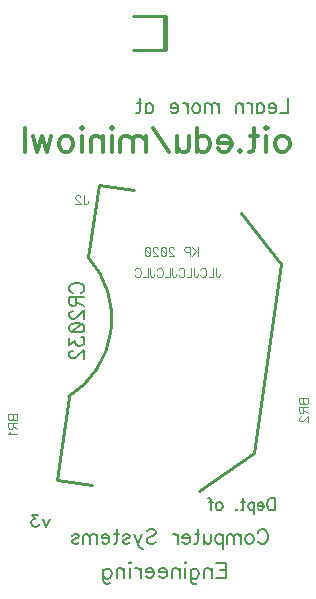
<source format=gbr>
G04 DipTrace 3.3.1.2*
G04 BottomSilk.gbr*
%MOIN*%
G04 #@! TF.FileFunction,Legend,Bot*
G04 #@! TF.Part,Single*
%ADD10C,0.009843*%
%ADD63C,0.004632*%
%ADD64C,0.00772*%
%ADD65C,0.006176*%
%ADD67C,0.012351*%
%FSLAX26Y26*%
G04*
G70*
G90*
G75*
G01*
G04 BotSilk*
%LPD*%
X1017129Y2218212D2*
D10*
Y2332375D1*
X1024431Y2218212D2*
Y2332375D1*
Y2218212D2*
X914348D1*
X1024431Y2332375D2*
X914348D1*
X1406602Y1506300D2*
X1316946Y874992D1*
X1272904Y1676631D2*
X1406602Y1506300D1*
X1134986Y749404D2*
X1316946Y874992D1*
X765706Y1527753D2*
G02X699815Y1063673I-227769J-204379D01*
G01*
X765706Y1527753D2*
X800028Y1769107D1*
X917568Y1752367D2*
X800028Y1769107D1*
X699815Y1063673D2*
X660297Y785202D1*
X777838Y768462D1*
X498574Y1004237D2*
D63*
X528718D1*
Y991304D1*
X527259Y986993D1*
X525833Y985567D1*
X522981Y984141D1*
X518670D1*
X515785Y985567D1*
X514359Y986993D1*
X512933Y991304D1*
X511474Y986993D1*
X510048Y985567D1*
X507196Y984141D1*
X504311D1*
X501459Y985567D1*
X500000Y986993D1*
X498574Y991304D1*
Y1004237D1*
X512933D2*
Y991304D1*
Y974878D2*
Y961978D1*
X511474Y957667D1*
X510048Y956208D1*
X507196Y954782D1*
X504311D1*
X501459Y956208D1*
X500000Y957667D1*
X498574Y961978D1*
Y974878D1*
X528718D1*
X512933Y964830D2*
X528718Y954782D1*
X504344Y945518D2*
X502885Y942633D1*
X498607Y938322D1*
X528718D1*
X1468158Y1058405D2*
X1498302D1*
Y1045472D1*
X1496843Y1041161D1*
X1495417Y1039735D1*
X1492565Y1038309D1*
X1488254D1*
X1485369Y1039735D1*
X1483943Y1041161D1*
X1482517Y1045472D1*
X1481058Y1041161D1*
X1479632Y1039735D1*
X1476780Y1038309D1*
X1473895D1*
X1471043Y1039735D1*
X1469584Y1041161D1*
X1468158Y1045472D1*
Y1058405D1*
X1482517D2*
Y1045472D1*
Y1029045D2*
Y1016146D1*
X1481058Y1011835D1*
X1479632Y1010375D1*
X1476780Y1008949D1*
X1473895D1*
X1471043Y1010375D1*
X1469584Y1011835D1*
X1468158Y1016146D1*
Y1029045D1*
X1498302D1*
X1482517Y1018997D2*
X1498302Y1008949D1*
X1475354Y998227D2*
X1473928D1*
X1471043Y996801D1*
X1469617Y995375D1*
X1468191Y992490D1*
Y986753D1*
X1469617Y983901D1*
X1471043Y982475D1*
X1473928Y981016D1*
X1476780D1*
X1479665Y982475D1*
X1483943Y985327D1*
X1498302Y999686D1*
Y979590D1*
X749898Y1734789D2*
Y1711841D1*
X751324Y1707530D1*
X752783Y1706104D1*
X755635Y1704645D1*
X758520D1*
X761372Y1706104D1*
X762797Y1707530D1*
X764257Y1711841D1*
Y1714693D1*
X739175Y1727593D2*
Y1729019D1*
X737749Y1731904D1*
X736323Y1733330D1*
X733438Y1734756D1*
X727701D1*
X724849Y1733330D1*
X723423Y1731904D1*
X721964Y1729019D1*
Y1726167D1*
X723423Y1723282D1*
X726275Y1719004D1*
X740634Y1704645D1*
X720538D1*
X713857Y1409539D2*
D64*
X709104Y1411678D1*
X704296Y1416006D1*
X701919Y1420284D1*
Y1428889D1*
X704296Y1433217D1*
X709104Y1437495D1*
X713857Y1439683D1*
X721042Y1441822D1*
X733036D1*
X740166Y1439683D1*
X744974Y1437495D1*
X749727Y1433217D1*
X752159Y1428889D1*
Y1420284D1*
X749727Y1416006D1*
X744974Y1411678D1*
X740166Y1409539D1*
X725851Y1395644D2*
Y1376294D1*
X723419Y1369827D1*
X721042Y1367639D1*
X716289Y1365500D1*
X711481D1*
X706728Y1367639D1*
X704296Y1369827D1*
X701919Y1376294D1*
Y1395644D1*
X752159D1*
X725851Y1380572D2*
X752159Y1365500D1*
X713913Y1349416D2*
X711536D1*
X706728Y1347277D1*
X704351Y1345138D1*
X701974Y1340810D1*
Y1332205D1*
X704351Y1327927D1*
X706728Y1325788D1*
X711536Y1323600D1*
X716289Y1323599D1*
X721098Y1325788D1*
X728227Y1330066D1*
X752159Y1351605D1*
Y1321461D1*
X701974Y1294632D2*
X704351Y1301099D1*
X711536Y1305426D1*
X723474Y1307565D1*
X730659D1*
X742597Y1305426D1*
X749782Y1301099D1*
X752159Y1294632D1*
Y1290354D1*
X749782Y1283888D1*
X742597Y1279610D1*
X730659Y1277421D1*
X723474D1*
X711536Y1279610D1*
X704351Y1283888D1*
X701974Y1290354D1*
Y1294632D1*
X711536Y1279610D2*
X742597Y1305426D1*
X701974Y1259198D2*
Y1235571D1*
X721098Y1248454D1*
Y1241987D1*
X723474Y1237710D1*
X725851Y1235571D1*
X733036Y1233382D1*
X737789D1*
X744974Y1235571D1*
X749782Y1239848D1*
X752159Y1246315D1*
Y1252782D1*
X749782Y1259198D1*
X747351Y1261337D1*
X742597Y1263526D1*
X713913Y1217298D2*
X711536D1*
X706728Y1215159D1*
X704351Y1213020D1*
X701974Y1208693D1*
Y1200087D1*
X704351Y1195809D1*
X706727Y1193670D1*
X711536Y1191482D1*
X716289D1*
X721098Y1193670D1*
X728227Y1197948D1*
X752159Y1219487D1*
Y1189343D1*
X1330519Y610205D2*
X1332658Y614958D1*
X1336985Y619767D1*
X1341263Y622143D1*
X1349868D1*
X1354196Y619767D1*
X1358474Y614958D1*
X1360663Y610205D1*
X1362802Y603020D1*
Y591027D1*
X1360663Y583897D1*
X1358474Y579088D1*
X1354196Y574335D1*
X1349868Y571903D1*
X1341263D1*
X1336985Y574335D1*
X1332658Y579088D1*
X1330519Y583897D1*
X1305879Y605397D2*
X1310157Y603020D1*
X1314484Y598212D1*
X1316623Y591027D1*
Y586273D1*
X1314484Y579088D1*
X1310157Y574335D1*
X1305879Y571903D1*
X1299412D1*
X1295085Y574335D1*
X1290807Y579088D1*
X1288618Y586273D1*
Y591027D1*
X1290807Y598212D1*
X1295085Y603020D1*
X1299412Y605397D1*
X1305879D1*
X1274723D2*
Y571903D1*
Y595835D2*
X1268256Y603020D1*
X1263929Y605397D1*
X1257512D1*
X1253184Y603020D1*
X1251045Y595835D1*
Y571903D1*
Y595835D2*
X1244579Y603020D1*
X1240251Y605397D1*
X1233835D1*
X1229507Y603020D1*
X1227318Y595835D1*
Y571903D1*
X1213423Y605397D2*
Y555157D1*
Y598212D2*
X1209095Y602965D1*
X1204817Y605397D1*
X1198351D1*
X1194023Y602965D1*
X1189745Y598212D1*
X1187557Y591027D1*
Y586218D1*
X1189745Y579088D1*
X1194023Y574280D1*
X1198351Y571903D1*
X1204817D1*
X1209095Y574280D1*
X1213423Y579088D1*
X1173661Y605397D2*
Y581465D1*
X1171523Y574335D1*
X1167195Y571903D1*
X1160728D1*
X1156451Y574335D1*
X1149984Y581465D1*
Y605397D2*
Y571903D1*
X1129622Y622143D2*
Y581465D1*
X1127483Y574335D1*
X1123156Y571903D1*
X1118878D1*
X1136089Y605397D2*
X1121017D1*
X1104982Y591027D2*
X1079166D1*
Y595835D1*
X1081305Y600643D1*
X1083444Y603020D1*
X1087771Y605397D1*
X1094238D1*
X1098516Y603020D1*
X1102843Y598212D1*
X1104982Y591027D1*
Y586273D1*
X1102843Y579088D1*
X1098516Y574335D1*
X1094238Y571903D1*
X1087771D1*
X1083444Y574335D1*
X1079166Y579088D1*
X1065271Y605397D2*
Y571903D1*
Y591027D2*
X1063082Y598212D1*
X1058804Y603020D1*
X1054477Y605397D1*
X1048010D1*
X960230Y614958D2*
X964508Y619767D1*
X970974Y622143D1*
X979580D1*
X986046Y619767D1*
X990374Y614958D1*
Y610205D1*
X988185Y605397D1*
X986046Y603020D1*
X981768Y600643D1*
X968835Y595835D1*
X964508Y593458D1*
X962369Y591027D1*
X960230Y586273D1*
Y579088D1*
X964508Y574335D1*
X970974Y571903D1*
X979580D1*
X986046Y574335D1*
X990374Y579088D1*
X944146Y605397D2*
X931262Y571903D1*
X935540Y562342D1*
X939868Y557533D1*
X944146Y555157D1*
X946334D1*
X918329Y605397D2*
X931262Y571903D1*
X880757Y598212D2*
X882896Y603020D1*
X889362Y605397D1*
X895829D1*
X902295Y603020D1*
X904434Y598212D1*
X902295Y593458D1*
X897968Y591027D1*
X887223Y588650D1*
X882896Y586273D1*
X880757Y581465D1*
Y579088D1*
X882896Y574335D1*
X889362Y571903D1*
X895829D1*
X902295Y574335D1*
X904434Y579088D1*
X860395Y622143D2*
Y581465D1*
X858256Y574335D1*
X853928Y571903D1*
X849650D1*
X866861Y605397D2*
X851789D1*
X835755Y591027D2*
X809939D1*
Y595835D1*
X812078Y600643D1*
X814217Y603020D1*
X818544Y605397D1*
X825011D1*
X829289Y603020D1*
X833616Y598212D1*
X835755Y591027D1*
Y586273D1*
X833616Y579088D1*
X829289Y574335D1*
X825011Y571903D1*
X818544D1*
X814217Y574335D1*
X809939Y579088D1*
X796043Y605397D2*
Y571903D1*
Y595835D2*
X789577Y603020D1*
X785249Y605397D1*
X778832D1*
X774505Y603020D1*
X772366Y595835D1*
Y571903D1*
Y595835D2*
X765899Y603020D1*
X761572Y605397D1*
X755155D1*
X750827Y603020D1*
X748639Y595835D1*
Y571903D1*
X711066Y598212D2*
X713205Y603020D1*
X719671Y605397D1*
X726138D1*
X732604Y603020D1*
X734743Y598212D1*
X732604Y593458D1*
X728277Y591027D1*
X717532Y588650D1*
X713205Y586273D1*
X711066Y581465D1*
Y579088D1*
X713205Y574335D1*
X719671Y571903D1*
X726138D1*
X732604Y574335D1*
X734743Y579088D1*
X1130170Y1562182D2*
D63*
Y1532038D1*
X1112084Y1562182D2*
X1130170Y1542086D1*
X1123724Y1549282D2*
X1112084Y1532038D1*
X1103747Y1546397D2*
X1092107D1*
X1088257Y1547823D1*
X1086944Y1549282D1*
X1085660Y1552134D1*
Y1556445D1*
X1086944Y1559297D1*
X1088257Y1560756D1*
X1092107Y1562182D1*
X1103747D1*
Y1532038D1*
X1049765Y1554986D2*
Y1556412D1*
X1048482Y1559297D1*
X1047199Y1560723D1*
X1044602Y1562149D1*
X1039439D1*
X1036872Y1560723D1*
X1035589Y1559297D1*
X1034276Y1556412D1*
Y1553560D1*
X1035589Y1550675D1*
X1038155Y1546397D1*
X1051079Y1532038D1*
X1032992D1*
X1016895Y1562149D2*
X1020775Y1560723D1*
X1023372Y1556412D1*
X1024655Y1549249D1*
Y1544938D1*
X1023372Y1537775D1*
X1020775Y1533464D1*
X1016895Y1532038D1*
X1014328D1*
X1010449Y1533464D1*
X1007882Y1537775D1*
X1006569Y1544938D1*
Y1549249D1*
X1007882Y1556412D1*
X1010449Y1560723D1*
X1014328Y1562149D1*
X1016895D1*
X1007882Y1556412D2*
X1023372Y1537775D1*
X996918Y1554986D2*
Y1556412D1*
X995635Y1559297D1*
X994351Y1560723D1*
X991755Y1562149D1*
X986592D1*
X984025Y1560723D1*
X982742Y1559297D1*
X981428Y1556412D1*
Y1553560D1*
X982742Y1550675D1*
X985308Y1546397D1*
X998231Y1532038D1*
X980145D1*
X964048Y1562149D2*
X967928Y1560723D1*
X970524Y1556412D1*
X971808Y1549249D1*
Y1544938D1*
X970524Y1537775D1*
X967928Y1533464D1*
X964048Y1532038D1*
X961481D1*
X957601Y1533464D1*
X955035Y1537775D1*
X953721Y1544938D1*
Y1549249D1*
X955035Y1556412D1*
X957601Y1560723D1*
X961481Y1562149D1*
X964048D1*
X955035Y1556412D2*
X970524Y1537775D1*
X1386256Y725340D2*
D65*
Y685148D1*
X1374198D1*
X1369025Y687094D1*
X1365563Y690896D1*
X1363852Y694743D1*
X1362141Y700447D1*
Y710042D1*
X1363852Y715790D1*
X1365563Y719592D1*
X1369025Y723439D1*
X1374198Y725340D1*
X1386256D1*
X1351024Y700447D2*
X1330371D1*
Y704294D1*
X1332082Y708141D1*
X1333794Y710042D1*
X1337256Y711943D1*
X1342429D1*
X1345851Y710042D1*
X1349313Y706195D1*
X1351024Y700447D1*
Y696645D1*
X1349313Y690896D1*
X1345851Y687094D1*
X1342429Y685148D1*
X1337256D1*
X1333794Y687094D1*
X1330371Y690896D1*
X1319255Y711943D2*
Y671751D1*
Y706195D2*
X1315793Y709998D1*
X1312371Y711943D1*
X1307197D1*
X1303735Y709998D1*
X1300313Y706195D1*
X1298562Y700447D1*
Y696600D1*
X1300313Y690896D1*
X1303735Y687050D1*
X1307197Y685148D1*
X1312371D1*
X1315793Y687050D1*
X1319255Y690896D1*
X1282273Y725340D2*
Y692798D1*
X1280561Y687094D1*
X1277099Y685148D1*
X1273677D1*
X1287446Y711943D2*
X1275388D1*
X1260850Y688995D2*
X1262561Y687050D1*
X1260850Y685148D1*
X1259099Y687050D1*
X1260850Y688995D1*
X1204394Y711943D2*
X1207817Y710042D1*
X1211279Y706195D1*
X1212990Y700447D1*
Y696645D1*
X1211279Y690896D1*
X1207817Y687094D1*
X1204394Y685148D1*
X1199221D1*
X1195759Y687094D1*
X1192337Y690896D1*
X1190586Y696645D1*
Y700447D1*
X1192337Y706195D1*
X1195759Y710042D1*
X1199221Y711943D1*
X1204394D1*
X1165701Y725340D2*
X1169123D1*
X1172585Y723439D1*
X1174296Y717691D1*
Y685148D1*
X1179469Y711943D2*
X1167412D1*
X1192315Y509801D2*
D64*
X1223376D1*
Y459561D1*
X1192315D1*
X1223376Y485869D2*
X1204253D1*
X1176875Y493054D2*
Y459561D1*
Y483492D2*
X1169690Y490678D1*
X1164882Y493054D1*
X1157752D1*
X1152944Y490678D1*
X1150567Y483492D1*
Y459561D1*
X1106443Y490678D2*
Y452376D1*
X1108819Y445246D1*
X1111196Y442814D1*
X1116004Y440438D1*
X1123190D1*
X1127943Y442814D1*
X1106443Y483492D2*
X1111196Y488246D1*
X1116004Y490678D1*
X1123190D1*
X1127943Y488246D1*
X1132751Y483492D1*
X1135128Y476307D1*
Y471499D1*
X1132751Y464369D1*
X1127943Y459561D1*
X1123190Y457184D1*
X1116004D1*
X1111196Y459561D1*
X1106443Y464369D1*
X1091004Y509801D2*
X1088627Y507424D1*
X1086195Y509801D1*
X1088627Y512233D1*
X1091004Y509801D1*
X1088627Y493054D2*
Y459561D1*
X1070756Y493054D2*
Y459561D1*
Y483492D2*
X1063571Y490678D1*
X1058762Y493054D1*
X1051633D1*
X1046824Y490678D1*
X1044448Y483492D1*
Y459561D1*
X1029008Y478684D2*
X1000323D1*
Y483492D1*
X1002700Y488301D1*
X1005077Y490678D1*
X1009885Y493054D1*
X1017070D1*
X1021823Y490678D1*
X1026632Y485869D1*
X1029008Y478684D1*
Y473931D1*
X1026632Y466746D1*
X1021823Y461993D1*
X1017070Y459561D1*
X1009885D1*
X1005077Y461993D1*
X1000323Y466746D1*
X984884Y478684D2*
X956199D1*
Y483492D1*
X958576Y488301D1*
X960953Y490678D1*
X965761Y493054D1*
X972946D1*
X977699Y490678D1*
X982508Y485869D1*
X984884Y478684D1*
Y473931D1*
X982508Y466746D1*
X977699Y461993D1*
X972946Y459561D1*
X965761D1*
X960953Y461993D1*
X956199Y466746D1*
X940760Y493054D2*
Y459561D1*
Y478684D2*
X938328Y485869D1*
X933575Y490678D1*
X928767Y493054D1*
X921582D1*
X906142Y509801D2*
X903766Y507424D1*
X901334Y509801D1*
X903766Y512233D1*
X906142Y509801D1*
X903766Y493054D2*
Y459561D1*
X885895Y493054D2*
Y459561D1*
Y483492D2*
X878710Y490678D1*
X873901Y493054D1*
X866771D1*
X861963Y490678D1*
X859586Y483492D1*
Y459561D1*
X815462Y490678D2*
Y452376D1*
X817839Y445246D1*
X820215Y442814D1*
X825024Y440438D1*
X832209D1*
X836962Y442814D1*
X815462Y483492D2*
X820215Y488246D1*
X825024Y490678D1*
X832209D1*
X836962Y488246D1*
X841770Y483492D1*
X844147Y476307D1*
Y471499D1*
X841770Y464369D1*
X836962Y459561D1*
X832209Y457184D1*
X825024D1*
X820215Y459561D1*
X815462Y464369D1*
X1190549Y1492626D2*
D63*
Y1469678D1*
X1191832Y1465367D1*
X1193145Y1463941D1*
X1195712Y1462482D1*
X1198309D1*
X1200875Y1463941D1*
X1202159Y1465367D1*
X1203472Y1469678D1*
Y1472530D1*
X1182212Y1492626D2*
Y1462482D1*
X1166722D1*
X1139015Y1485463D2*
X1140298Y1488315D1*
X1142895Y1491200D1*
X1145462Y1492626D1*
X1150625D1*
X1153221Y1491200D1*
X1155788Y1488315D1*
X1157101Y1485463D1*
X1158385Y1481152D1*
Y1473956D1*
X1157101Y1469678D1*
X1155788Y1466793D1*
X1153221Y1463941D1*
X1150625Y1462482D1*
X1145462D1*
X1142895Y1463941D1*
X1140298Y1466793D1*
X1139015Y1469678D1*
X1117755Y1492626D2*
Y1469678D1*
X1119038Y1465367D1*
X1120351Y1463941D1*
X1122918Y1462482D1*
X1125514D1*
X1128081Y1463941D1*
X1129365Y1465367D1*
X1130678Y1469678D1*
Y1472530D1*
X1109417Y1492626D2*
Y1462482D1*
X1093928D1*
X1066221Y1485463D2*
X1067504Y1488315D1*
X1070101Y1491200D1*
X1072667Y1492626D1*
X1077831D1*
X1080427Y1491200D1*
X1082994Y1488315D1*
X1084307Y1485463D1*
X1085590Y1481152D1*
Y1473956D1*
X1084307Y1469678D1*
X1082994Y1466793D1*
X1080427Y1463941D1*
X1077831Y1462482D1*
X1072667D1*
X1070101Y1463941D1*
X1067504Y1466793D1*
X1066221Y1469678D1*
X1044960Y1492626D2*
Y1469678D1*
X1046244Y1465367D1*
X1047557Y1463941D1*
X1050124Y1462482D1*
X1052720D1*
X1055287Y1463941D1*
X1056570Y1465367D1*
X1057883Y1469678D1*
Y1472530D1*
X1036623Y1492626D2*
Y1462482D1*
X1021133D1*
X993426Y1485463D2*
X994710Y1488315D1*
X997306Y1491200D1*
X999873Y1492626D1*
X1005036D1*
X1007633Y1491200D1*
X1010200Y1488315D1*
X1011513Y1485463D1*
X1012796Y1481152D1*
Y1473956D1*
X1011513Y1469678D1*
X1010200Y1466793D1*
X1007633Y1463941D1*
X1005036Y1462482D1*
X999873D1*
X997306Y1463941D1*
X994710Y1466793D1*
X993426Y1469678D1*
X972166Y1492626D2*
Y1469678D1*
X973449Y1465367D1*
X974763Y1463941D1*
X977329Y1462482D1*
X979926D1*
X982493Y1463941D1*
X983776Y1465367D1*
X985089Y1469678D1*
Y1472530D1*
X963829Y1492626D2*
Y1462482D1*
X948339D1*
X920632Y1485463D2*
X921915Y1488315D1*
X924512Y1491200D1*
X927079Y1492626D1*
X932242D1*
X934838Y1491200D1*
X937405Y1488315D1*
X938718Y1485463D1*
X940002Y1481152D1*
Y1473956D1*
X938718Y1469678D1*
X937405Y1466793D1*
X934838Y1463941D1*
X932242Y1462482D1*
X927079D1*
X924512Y1463941D1*
X921915Y1466793D1*
X920632Y1469678D1*
X1418435Y1932902D2*
D67*
X1426040Y1929100D1*
X1433733Y1921406D1*
X1437536Y1909910D1*
Y1902305D1*
X1433733Y1890809D1*
X1426040Y1883204D1*
X1418435Y1879313D1*
X1406939D1*
X1399245Y1883204D1*
X1391640Y1890809D1*
X1387749Y1902305D1*
Y1909910D1*
X1391640Y1921406D1*
X1399245Y1929100D1*
X1406939Y1932902D1*
X1418435D1*
X1363046Y1959697D2*
X1359244Y1955894D1*
X1355353Y1959697D1*
X1359244Y1963588D1*
X1363046Y1959697D1*
X1359244Y1932902D2*
Y1879313D1*
X1319154Y1959697D2*
Y1894611D1*
X1315352Y1883204D1*
X1307658Y1879313D1*
X1300053D1*
X1330650Y1932902D2*
X1303855D1*
X1271548Y1887006D2*
X1275350Y1883115D1*
X1271548Y1879313D1*
X1267657Y1883115D1*
X1271548Y1887006D1*
X1242954Y1909910D2*
X1197058D1*
Y1917604D1*
X1200861Y1925297D1*
X1204663Y1929100D1*
X1212357Y1932902D1*
X1223853D1*
X1231458Y1929100D1*
X1239151Y1921406D1*
X1242954Y1909910D1*
Y1902305D1*
X1239151Y1890809D1*
X1231458Y1883204D1*
X1223853Y1879313D1*
X1212357D1*
X1204663Y1883204D1*
X1197058Y1890809D1*
X1126459Y1959697D2*
Y1879313D1*
Y1921406D2*
X1134064Y1929100D1*
X1141758Y1932902D1*
X1153254D1*
X1160859Y1929100D1*
X1168553Y1921406D1*
X1172355Y1909910D1*
Y1902305D1*
X1168553Y1890809D1*
X1160859Y1883204D1*
X1153254Y1879313D1*
X1141758D1*
X1134064Y1883204D1*
X1126459Y1890809D1*
X1101757Y1932902D2*
Y1894611D1*
X1097954Y1883204D1*
X1090261Y1879313D1*
X1078764D1*
X1071159Y1883204D1*
X1059663Y1894611D1*
Y1932902D2*
Y1879313D1*
X1034960D2*
X981371Y1959608D1*
X956668Y1932902D2*
Y1879313D1*
Y1917604D2*
X945172Y1929100D1*
X937479Y1932902D1*
X926071D1*
X918378Y1929100D1*
X914575Y1917604D1*
Y1879313D1*
Y1917604D2*
X903079Y1929100D1*
X895386Y1932902D1*
X883978D1*
X876284Y1929100D1*
X872393Y1917604D1*
Y1879313D1*
X847691Y1959697D2*
X843888Y1955894D1*
X839997Y1959697D1*
X843888Y1963588D1*
X847691Y1959697D1*
X843888Y1932902D2*
Y1879313D1*
X815294Y1932902D2*
Y1879313D1*
Y1917604D2*
X803798Y1929100D1*
X796105Y1932902D1*
X784697D1*
X777004Y1929100D1*
X773201Y1917604D1*
Y1879313D1*
X748498Y1959697D2*
X744696Y1955894D1*
X740805Y1959697D1*
X744696Y1963588D1*
X748498Y1959697D1*
X744696Y1932902D2*
Y1879313D1*
X697001Y1932902D2*
X704606Y1929100D1*
X712299Y1921406D1*
X716102Y1909910D1*
Y1902305D1*
X712299Y1890809D1*
X704606Y1883204D1*
X697001Y1879313D1*
X685505D1*
X677811Y1883204D1*
X670206Y1890809D1*
X666315Y1902305D1*
Y1909910D1*
X670206Y1921406D1*
X677811Y1929100D1*
X685505Y1932902D1*
X697001D1*
X641612D2*
X626314Y1879313D1*
X611015Y1932902D1*
X595716Y1879313D1*
X580418Y1932902D1*
X555715Y1959697D2*
Y1879313D1*
X637568Y657289D2*
D65*
X626072Y630494D1*
X614620Y657289D1*
X598422Y670642D2*
X577419D1*
X588871Y655344D1*
X583123D1*
X579320Y653442D1*
X577419Y651541D1*
X575474Y645793D1*
Y641990D1*
X577419Y636242D1*
X581222Y632396D1*
X586970Y630494D1*
X592718D1*
X598422Y632396D1*
X600323Y634341D1*
X602268Y638144D1*
X1431822Y2057881D2*
D64*
Y2007641D1*
X1406005D1*
X1392110Y2026764D2*
X1366294D1*
Y2031572D1*
X1368433Y2036381D1*
X1370571Y2038757D1*
X1374899Y2041134D1*
X1381366D1*
X1385643Y2038757D1*
X1389971Y2033949D1*
X1392110Y2026764D1*
Y2022011D1*
X1389971Y2014826D1*
X1385643Y2010072D1*
X1381366Y2007641D1*
X1374899D1*
X1370571Y2010072D1*
X1366294Y2014826D1*
X1326582Y2041134D2*
Y2007641D1*
Y2033949D2*
X1330860Y2038757D1*
X1335187Y2041134D1*
X1341604D1*
X1345932Y2038757D1*
X1350210Y2033949D1*
X1352398Y2026764D1*
Y2022011D1*
X1350210Y2014826D1*
X1345932Y2010072D1*
X1341604Y2007641D1*
X1335187D1*
X1330860Y2010072D1*
X1326582Y2014826D1*
X1312687Y2041134D2*
Y2007641D1*
Y2026764D2*
X1310498Y2033949D1*
X1306220Y2038757D1*
X1301892Y2041134D1*
X1295426D1*
X1281531D2*
Y2007641D1*
Y2031572D2*
X1275064Y2038757D1*
X1270736Y2041134D1*
X1264320D1*
X1259992Y2038757D1*
X1257853Y2031572D1*
Y2007641D1*
X1200217Y2041134D2*
Y2007641D1*
Y2031572D2*
X1193750Y2038757D1*
X1189423Y2041134D1*
X1183006D1*
X1178678Y2038757D1*
X1176539Y2031572D1*
Y2007641D1*
Y2031572D2*
X1170073Y2038757D1*
X1165745Y2041134D1*
X1159328D1*
X1155001Y2038757D1*
X1152812Y2031572D1*
Y2007641D1*
X1128172Y2041134D2*
X1132450Y2038757D1*
X1136778Y2033949D1*
X1138917Y2026764D1*
Y2022011D1*
X1136778Y2014826D1*
X1132450Y2010072D1*
X1128172Y2007641D1*
X1121706D1*
X1117378Y2010072D1*
X1113100Y2014826D1*
X1110912Y2022011D1*
Y2026764D1*
X1113100Y2033949D1*
X1117378Y2038757D1*
X1121706Y2041134D1*
X1128172D1*
X1097016D2*
Y2007641D1*
Y2026764D2*
X1094828Y2033949D1*
X1090550Y2038757D1*
X1086222Y2041134D1*
X1079756D1*
X1065860Y2026764D2*
X1040044D1*
Y2031572D1*
X1042183Y2036381D1*
X1044322Y2038757D1*
X1048650Y2041134D1*
X1055116D1*
X1059394Y2038757D1*
X1063722Y2033949D1*
X1065860Y2026764D1*
Y2022011D1*
X1063722Y2014826D1*
X1059394Y2010072D1*
X1055116Y2007641D1*
X1048650D1*
X1044322Y2010072D1*
X1040044Y2014826D1*
X956592Y2041134D2*
Y2007641D1*
Y2033949D2*
X960869Y2038757D1*
X965197Y2041134D1*
X971614D1*
X975941Y2038757D1*
X980219Y2033949D1*
X982408Y2026764D1*
Y2022011D1*
X980219Y2014826D1*
X975941Y2010072D1*
X971614Y2007641D1*
X965197D1*
X960869Y2010072D1*
X956592Y2014826D1*
X936230Y2057881D2*
Y2017202D1*
X934091Y2010072D1*
X929763Y2007641D1*
X925485D1*
X942696Y2041134D2*
X927624D1*
M02*

</source>
